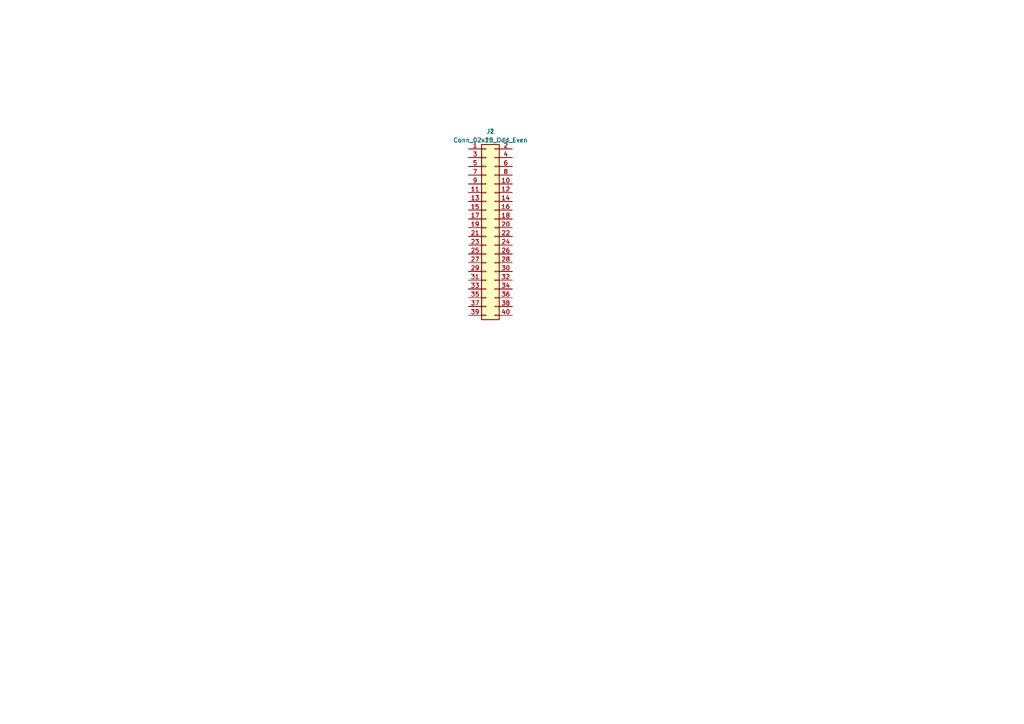
<source format=kicad_sch>
(kicad_sch (version 20230121) (generator eeschema)
  (paper "A4")
  (lib_symbols
    (symbol "Connector_Generic:Conn_02x20_Odd_Even" (pin_names (offset 1.016) hide)
      (property "Reference" "J" (at 1.27 25.4 0))
      (property "Value" "Conn_02x20_Odd_Even" (at 1.27 -27.94 0))
      (symbol "Conn_02x20_Odd_Even_1_1"
        (rectangle (start -1.27 -25.273) (end 0 -25.527) (stroke (width 0.1524)))
        (rectangle (start -1.27 -22.733) (end 0 -22.987) (stroke (width 0.1524)))
        (rectangle (start -1.27 -20.193) (end 0 -20.447) (stroke (width 0.1524)))
        (rectangle (start -1.27 -17.653) (end 0 -17.907) (stroke (width 0.1524)))
        (rectangle (start -1.27 -15.113) (end 0 -15.367) (stroke (width 0.1524)))
        (rectangle (start -1.27 -12.573) (end 0 -12.827) (stroke (width 0.1524)))
        (rectangle (start -1.27 -10.033) (end 0 -10.287) (stroke (width 0.1524)))
        (rectangle (start -1.27 -7.493) (end 0 -7.747) (stroke (width 0.1524)))
        (rectangle (start -1.27 -4.953) (end 0 -5.207) (stroke (width 0.1524)))
        (rectangle (start -1.27 -2.413) (end 0 -2.667) (stroke (width 0.1524)))
        (rectangle (start -1.27 0.127) (end 0 -0.127) (stroke (width 0.1524)))
        (rectangle (start -1.27 2.667) (end 0 2.413) (stroke (width 0.1524)))
        (rectangle (start -1.27 5.207) (end 0 4.953) (stroke (width 0.1524)))
        (rectangle (start -1.27 7.747) (end 0 7.493) (stroke (width 0.1524)))
        (rectangle (start -1.27 10.287) (end 0 10.033) (stroke (width 0.1524)))
        (rectangle (start -1.27 12.827) (end 0 12.573) (stroke (width 0.1524)))
        (rectangle (start -1.27 15.367) (end 0 15.113) (stroke (width 0.1524)))
        (rectangle (start -1.27 17.907) (end 0 17.653) (stroke (width 0.1524)))
        (rectangle (start -1.27 20.447) (end 0 20.193) (stroke (width 0.1524)))
        (rectangle (start -1.27 22.987) (end 0 22.733) (stroke (width 0.1524)))
        (rectangle (start -1.27 24.13) (end 3.81 -26.67) (stroke (width 0.254)) (fill (type background)))
        (rectangle (start 3.81 -25.273) (end 2.54 -25.527) (stroke (width 0.1524)))
        (rectangle (start 3.81 -22.733) (end 2.54 -22.987) (stroke (width 0.1524)))
        (rectangle (start 3.81 -20.193) (end 2.54 -20.447) (stroke (width 0.1524)))
        (rectangle (start 3.81 -17.653) (end 2.54 -17.907) (stroke (width 0.1524)))
        (rectangle (start 3.81 -15.113) (end 2.54 -15.367) (stroke (width 0.1524)))
        (rectangle (start 3.81 -12.573) (end 2.54 -12.827) (stroke (width 0.1524)))
        (rectangle (start 3.81 -10.033) (end 2.54 -10.287) (stroke (width 0.1524)))
        (rectangle (start 3.81 -7.493) (end 2.54 -7.747) (stroke (width 0.1524)))
        (rectangle (start 3.81 -4.953) (end 2.54 -5.207) (stroke (width 0.1524)))
        (rectangle (start 3.81 -2.413) (end 2.54 -2.667) (stroke (width 0.1524)))
        (rectangle (start 3.81 0.127) (end 2.54 -0.127) (stroke (width 0.1524)))
        (rectangle (start 3.81 2.667) (end 2.54 2.413) (stroke (width 0.1524)))
        (rectangle (start 3.81 5.207) (end 2.54 4.953) (stroke (width 0.1524)))
        (rectangle (start 3.81 7.747) (end 2.54 7.493) (stroke (width 0.1524)))
        (rectangle (start 3.81 10.287) (end 2.54 10.033) (stroke (width 0.1524)))
        (rectangle (start 3.81 12.827) (end 2.54 12.573) (stroke (width 0.1524)))
        (rectangle (start 3.81 15.367) (end 2.54 15.113) (stroke (width 0.1524)))
        (rectangle (start 3.81 17.907) (end 2.54 17.653) (stroke (width 0.1524)))
        (rectangle (start 3.81 20.447) (end 2.54 20.193) (stroke (width 0.1524)))
        (rectangle (start 3.81 22.987) (end 2.54 22.733) (stroke (width 0.1524)))
        (pin passive line (at -5.08 22.86 0) (length 3.81) (name "Pin_1") (number "1"))
        (pin passive line (at 7.62 12.7 180) (length 3.81) (name "Pin_10") (number "10"))
        (pin passive line (at -5.08 10.16 0) (length 3.81) (name "Pin_11") (number "11"))
        (pin passive line (at 7.62 10.16 180) (length 3.81) (name "Pin_12") (number "12"))
        (pin passive line (at -5.08 7.62 0) (length 3.81) (name "Pin_13") (number "13"))
        (pin passive line (at 7.62 7.62 180) (length 3.81) (name "Pin_14") (number "14"))
        (pin passive line (at -5.08 5.08 0) (length 3.81) (name "Pin_15") (number "15"))
        (pin passive line (at 7.62 5.08 180) (length 3.81) (name "Pin_16") (number "16"))
        (pin passive line (at -5.08 2.54 0) (length 3.81) (name "Pin_17") (number "17"))
        (pin passive line (at 7.62 2.54 180) (length 3.81) (name "Pin_18") (number "18"))
        (pin passive line (at -5.08 0 0) (length 3.81) (name "Pin_19") (number "19"))
        (pin passive line (at 7.62 22.86 180) (length 3.81) (name "Pin_2") (number "2"))
        (pin passive line (at 7.62 0 180) (length 3.81) (name "Pin_20") (number "20"))
        (pin passive line (at -5.08 -2.54 0) (length 3.81) (name "Pin_21") (number "21"))
        (pin passive line (at 7.62 -2.54 180) (length 3.81) (name "Pin_22") (number "22"))
        (pin passive line (at -5.08 -5.08 0) (length 3.81) (name "Pin_23") (number "23"))
        (pin passive line (at 7.62 -5.08 180) (length 3.81) (name "Pin_24") (number "24"))
        (pin passive line (at -5.08 -7.62 0) (length 3.81) (name "Pin_25") (number "25"))
        (pin passive line (at 7.62 -7.62 180) (length 3.81) (name "Pin_26") (number "26"))
        (pin passive line (at -5.08 -10.16 0) (length 3.81) (name "Pin_27") (number "27"))
        (pin passive line (at 7.62 -10.16 180) (length 3.81) (name "Pin_28") (number "28"))
        (pin passive line (at -5.08 -12.7 0) (length 3.81) (name "Pin_29") (number "29"))
        (pin passive line (at -5.08 20.32 0) (length 3.81) (name "Pin_3") (number "3"))
        (pin passive line (at 7.62 -12.7 180) (length 3.81) (name "Pin_30") (number "30"))
        (pin passive line (at -5.08 -15.24 0) (length 3.81) (name "Pin_31") (number "31"))
        (pin passive line (at 7.62 -15.24 180) (length 3.81) (name "Pin_32") (number "32"))
        (pin passive line (at -5.08 -17.78 0) (length 3.81) (name "Pin_33") (number "33"))
        (pin passive line (at 7.62 -17.78 180) (length 3.81) (name "Pin_34") (number "34"))
        (pin passive line (at -5.08 -20.32 0) (length 3.81) (name "Pin_35") (number "35"))
        (pin passive line (at 7.62 -20.32 180) (length 3.81) (name "Pin_36") (number "36"))
        (pin passive line (at -5.08 -22.86 0) (length 3.81) (name "Pin_37") (number "37"))
        (pin passive line (at 7.62 -22.86 180) (length 3.81) (name "Pin_38") (number "38"))
        (pin passive line (at -5.08 -25.4 0) (length 3.81) (name "Pin_39") (number "39"))
        (pin passive line (at 7.62 20.32 180) (length 3.81) (name "Pin_4") (number "4"))
        (pin passive line (at 7.62 -25.4 180) (length 3.81) (name "Pin_40") (number "40"))
        (pin passive line (at -5.08 17.78 0) (length 3.81) (name "Pin_5") (number "5"))
        (pin passive line (at 7.62 17.78 180) (length 3.81) (name "Pin_6") (number "6"))
        (pin passive line (at -5.08 15.24 0) (length 3.81) (name "Pin_7") (number "7"))
        (pin passive line (at 7.62 15.24 180) (length 3.81) (name "Pin_8") (number "8"))
        (pin passive line (at -5.08 12.7 0) (length 3.81) (name "Pin_9") (number "9"))
      )
    )
  )
  (symbol (lib_id "Connector_Generic:Conn_02x20_Odd_Even") (at 140.97 66.04 0) (unit 1)
    (property "Reference" "J1" (at 142.24 38.1 0))
    (property "Value" "Conn_02x15_Odd_Even" (at 142.24 40.64 0))
    (property "Footprint" "Connector_PinSocket_2.54mm:PinSocket_2x20_P2.54mm_Vertical" (effects hide))
  )
  (symbol (lib_id "Connector_Generic:Conn_02x20_Odd_Even") (at 140.97 66.04 0) (unit 1)
    (property "Reference" "J2" (at 142.24 38.1 0))
    (property "Value" "Conn_02x20_Odd_Even" (at 142.24 40.64 0))
    (property "Footprint" "Connector_PinSocket_2.54mm:PinSocket_2x20_P2.54mm_Vertical" (effects hide))
  )
)
</source>
